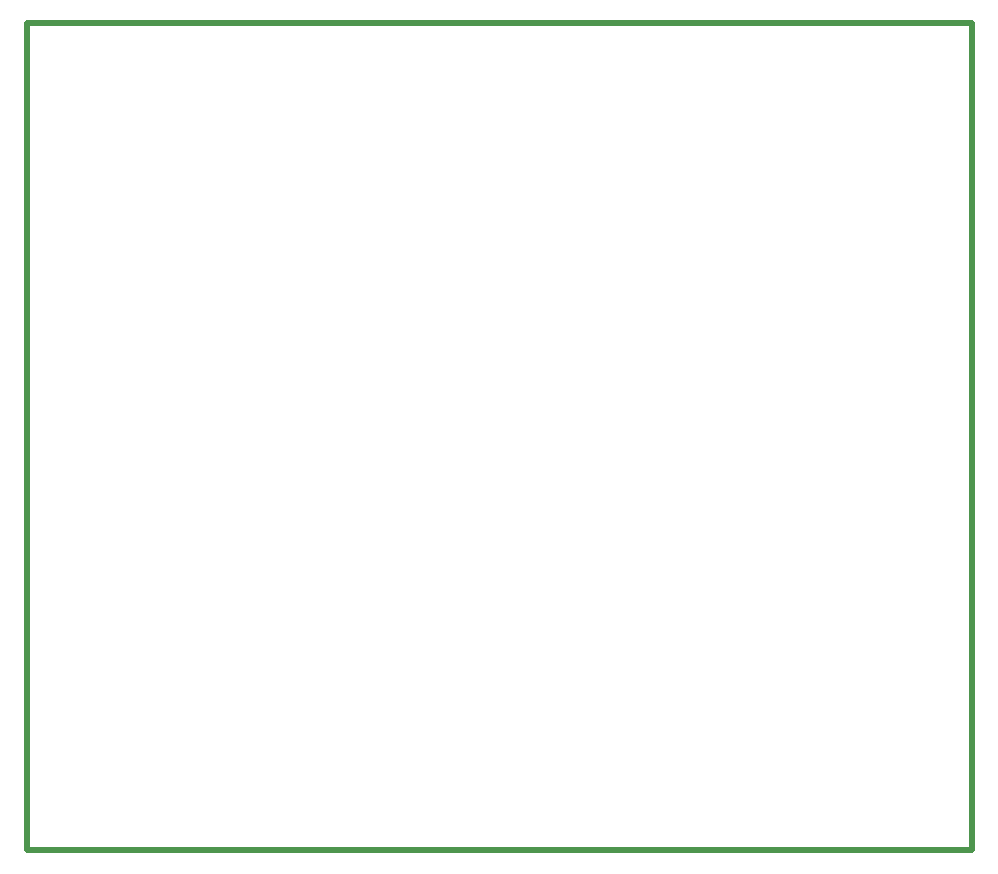
<source format=gbr>
%TF.GenerationSoftware,KiCad,Pcbnew,(6.0.0-rc1-dev-882-gdbc9130da)*%
%TF.CreationDate,2019-10-18T11:57:10+08:00*%
%TF.ProjectId,SoftStartLamp,536F667453746172744C616D702E6B69,rev?*%
%TF.SameCoordinates,Original*%
%TF.FileFunction,Profile,NP*%
%FSLAX46Y46*%
G04 Gerber Fmt 4.6, Leading zero omitted, Abs format (unit mm)*
G04 Created by KiCad (PCBNEW (6.0.0-rc1-dev-882-gdbc9130da)) date 2019/10/18 11:57:10*
%MOMM*%
%LPD*%
G01*
G04 APERTURE LIST*
%ADD10C,0.500000*%
G04 APERTURE END LIST*
D10*
X50000000Y-40000000D02*
X130000000Y-40000000D01*
X130000000Y-110000000D02*
X130000000Y-40000000D01*
X50000000Y-110000000D02*
X130000000Y-110000000D01*
X50000000Y-40000000D02*
X50000000Y-110000000D01*
M02*

</source>
